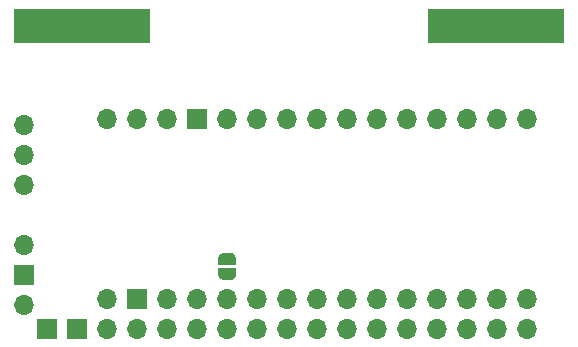
<source format=gbr>
G04 #@! TF.GenerationSoftware,KiCad,Pcbnew,5.1.5+dfsg1-2build2*
G04 #@! TF.CreationDate,2021-06-15T05:03:55+02:00*
G04 #@! TF.ProjectId,circuit9,63697263-7569-4743-992e-6b696361645f,rev?*
G04 #@! TF.SameCoordinates,Original*
G04 #@! TF.FileFunction,Soldermask,Bot*
G04 #@! TF.FilePolarity,Negative*
%FSLAX46Y46*%
G04 Gerber Fmt 4.6, Leading zero omitted, Abs format (unit mm)*
G04 Created by KiCad (PCBNEW 5.1.5+dfsg1-2build2) date 2021-06-15 05:03:55*
%MOMM*%
%LPD*%
G04 APERTURE LIST*
%ADD10O,1.700000X1.700000*%
%ADD11R,1.700000X1.700000*%
%ADD12R,6.000000X3.000000*%
%ADD13C,0.100000*%
G04 APERTURE END LIST*
D10*
X67056000Y-50457100D03*
X64516000Y-50457100D03*
X61976000Y-50457100D03*
X59436000Y-50457100D03*
X56896000Y-50457100D03*
X54356000Y-50457100D03*
X51816000Y-50457100D03*
X49276000Y-50457100D03*
X46736000Y-50457100D03*
X44196000Y-50457100D03*
X41656000Y-50457100D03*
X39116000Y-50457100D03*
X36576000Y-50457100D03*
D11*
X34036000Y-50457100D03*
D10*
X31496000Y-50457100D03*
X67056000Y-35217100D03*
X64516000Y-35217100D03*
X61976000Y-35217100D03*
X59436000Y-35217100D03*
X56896000Y-35217100D03*
X54356000Y-35217100D03*
X51816000Y-35217100D03*
X49276000Y-35217100D03*
X46736000Y-35217100D03*
X44196000Y-35217100D03*
X41656000Y-35217100D03*
D11*
X39116000Y-35217100D03*
D10*
X36576000Y-35217100D03*
X34036000Y-35217100D03*
X31496000Y-35217100D03*
D12*
X61624400Y-27355800D03*
X32224400Y-27355800D03*
X67224400Y-27355800D03*
X26624400Y-27355800D03*
D10*
X24521160Y-40815260D03*
X24521160Y-38275260D03*
X24521160Y-35735260D03*
D13*
G36*
X42431400Y-47866440D02*
G01*
X42431400Y-48366440D01*
X42430798Y-48366440D01*
X42430798Y-48390974D01*
X42425988Y-48439805D01*
X42416416Y-48487930D01*
X42402172Y-48534885D01*
X42383395Y-48580218D01*
X42360264Y-48623491D01*
X42333004Y-48664290D01*
X42301876Y-48702219D01*
X42267179Y-48736916D01*
X42229250Y-48768044D01*
X42188451Y-48795304D01*
X42145178Y-48818435D01*
X42099845Y-48837212D01*
X42052890Y-48851456D01*
X42004765Y-48861028D01*
X41955934Y-48865838D01*
X41931400Y-48865838D01*
X41931400Y-48866440D01*
X41431400Y-48866440D01*
X41431400Y-48865838D01*
X41406866Y-48865838D01*
X41358035Y-48861028D01*
X41309910Y-48851456D01*
X41262955Y-48837212D01*
X41217622Y-48818435D01*
X41174349Y-48795304D01*
X41133550Y-48768044D01*
X41095621Y-48736916D01*
X41060924Y-48702219D01*
X41029796Y-48664290D01*
X41002536Y-48623491D01*
X40979405Y-48580218D01*
X40960628Y-48534885D01*
X40946384Y-48487930D01*
X40936812Y-48439805D01*
X40932002Y-48390974D01*
X40932002Y-48366440D01*
X40931400Y-48366440D01*
X40931400Y-47866440D01*
X42431400Y-47866440D01*
G37*
G36*
X40932002Y-47066440D02*
G01*
X40932002Y-47041906D01*
X40936812Y-46993075D01*
X40946384Y-46944950D01*
X40960628Y-46897995D01*
X40979405Y-46852662D01*
X41002536Y-46809389D01*
X41029796Y-46768590D01*
X41060924Y-46730661D01*
X41095621Y-46695964D01*
X41133550Y-46664836D01*
X41174349Y-46637576D01*
X41217622Y-46614445D01*
X41262955Y-46595668D01*
X41309910Y-46581424D01*
X41358035Y-46571852D01*
X41406866Y-46567042D01*
X41431400Y-46567042D01*
X41431400Y-46566440D01*
X41931400Y-46566440D01*
X41931400Y-46567042D01*
X41955934Y-46567042D01*
X42004765Y-46571852D01*
X42052890Y-46581424D01*
X42099845Y-46595668D01*
X42145178Y-46614445D01*
X42188451Y-46637576D01*
X42229250Y-46664836D01*
X42267179Y-46695964D01*
X42301876Y-46730661D01*
X42333004Y-46768590D01*
X42360264Y-46809389D01*
X42383395Y-46852662D01*
X42402172Y-46897995D01*
X42416416Y-46944950D01*
X42425988Y-46993075D01*
X42430798Y-47041906D01*
X42430798Y-47066440D01*
X42431400Y-47066440D01*
X42431400Y-47566440D01*
X40931400Y-47566440D01*
X40931400Y-47066440D01*
X40932002Y-47066440D01*
G37*
D10*
X24528780Y-45892720D03*
D11*
X24528780Y-48432720D03*
D10*
X24528780Y-50972720D03*
X67063620Y-52984400D03*
X64523620Y-52984400D03*
X61983620Y-52984400D03*
X59443620Y-52984400D03*
X56903620Y-52984400D03*
X54363620Y-52984400D03*
X51823620Y-52984400D03*
X49283620Y-52984400D03*
X46743620Y-52984400D03*
X44203620Y-52984400D03*
X41663620Y-52984400D03*
X39123620Y-52984400D03*
X36583620Y-52984400D03*
X34043620Y-52984400D03*
X31503620Y-52984400D03*
D11*
X28963620Y-52984400D03*
X26423620Y-52984400D03*
M02*

</source>
